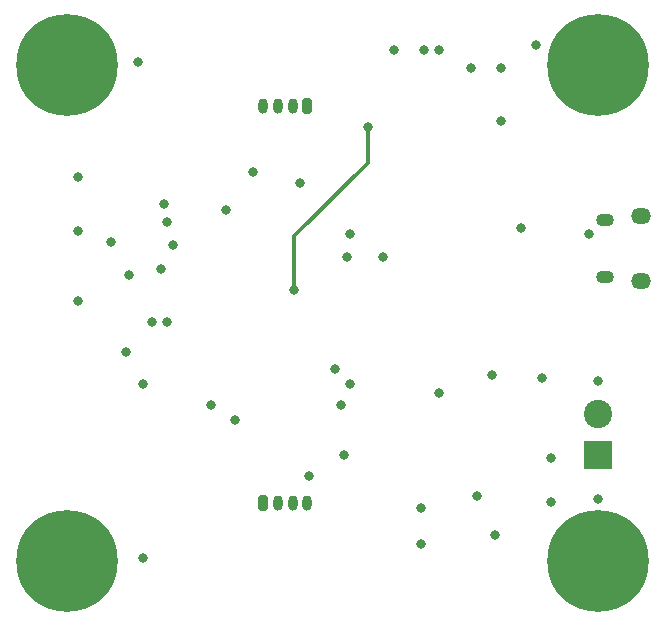
<source format=gbr>
%TF.GenerationSoftware,KiCad,Pcbnew,(6.0.7)*%
%TF.CreationDate,2022-09-22T19:59:32-07:00*%
%TF.ProjectId,STM32F4_rev2,53544d33-3246-4345-9f72-6576322e6b69,rev?*%
%TF.SameCoordinates,Original*%
%TF.FileFunction,Copper,L4,Bot*%
%TF.FilePolarity,Positive*%
%FSLAX46Y46*%
G04 Gerber Fmt 4.6, Leading zero omitted, Abs format (unit mm)*
G04 Created by KiCad (PCBNEW (6.0.7)) date 2022-09-22 19:59:32*
%MOMM*%
%LPD*%
G01*
G04 APERTURE LIST*
G04 Aperture macros list*
%AMRoundRect*
0 Rectangle with rounded corners*
0 $1 Rounding radius*
0 $2 $3 $4 $5 $6 $7 $8 $9 X,Y pos of 4 corners*
0 Add a 4 corners polygon primitive as box body*
4,1,4,$2,$3,$4,$5,$6,$7,$8,$9,$2,$3,0*
0 Add four circle primitives for the rounded corners*
1,1,$1+$1,$2,$3*
1,1,$1+$1,$4,$5*
1,1,$1+$1,$6,$7*
1,1,$1+$1,$8,$9*
0 Add four rect primitives between the rounded corners*
20,1,$1+$1,$2,$3,$4,$5,0*
20,1,$1+$1,$4,$5,$6,$7,0*
20,1,$1+$1,$6,$7,$8,$9,0*
20,1,$1+$1,$8,$9,$2,$3,0*%
G04 Aperture macros list end*
%TA.AperFunction,ComponentPad*%
%ADD10C,0.900000*%
%TD*%
%TA.AperFunction,ComponentPad*%
%ADD11C,8.600000*%
%TD*%
%TA.AperFunction,ComponentPad*%
%ADD12RoundRect,0.200000X0.200000X0.450000X-0.200000X0.450000X-0.200000X-0.450000X0.200000X-0.450000X0*%
%TD*%
%TA.AperFunction,ComponentPad*%
%ADD13O,0.800000X1.300000*%
%TD*%
%TA.AperFunction,ComponentPad*%
%ADD14O,1.700000X1.350000*%
%TD*%
%TA.AperFunction,ComponentPad*%
%ADD15O,1.500000X1.100000*%
%TD*%
%TA.AperFunction,ComponentPad*%
%ADD16RoundRect,0.200000X-0.200000X-0.450000X0.200000X-0.450000X0.200000X0.450000X-0.200000X0.450000X0*%
%TD*%
%TA.AperFunction,ComponentPad*%
%ADD17R,2.400000X2.400000*%
%TD*%
%TA.AperFunction,ComponentPad*%
%ADD18C,2.400000*%
%TD*%
%TA.AperFunction,ViaPad*%
%ADD19C,0.800000*%
%TD*%
%TA.AperFunction,Conductor*%
%ADD20C,0.300000*%
%TD*%
G04 APERTURE END LIST*
D10*
%TO.P,H2,1,1*%
%TO.N,GND*%
X115250000Y-107225000D03*
X112025000Y-104000000D03*
X112969581Y-101719581D03*
X117530419Y-101719581D03*
X115250000Y-100775000D03*
X117530419Y-106280419D03*
X112969581Y-106280419D03*
X118475000Y-104000000D03*
D11*
X115250000Y-104000000D03*
%TD*%
D12*
%TO.P,J3,1,Pin_1*%
%TO.N,+3.3V*%
X90625000Y-65450000D03*
D13*
%TO.P,J3,2,Pin_2*%
%TO.N,I2C1_SCL*%
X89375000Y-65450000D03*
%TO.P,J3,3,Pin_3*%
%TO.N,I2C1_SDA*%
X88125000Y-65450000D03*
%TO.P,J3,4,Pin_4*%
%TO.N,GND*%
X86875000Y-65450000D03*
%TD*%
D14*
%TO.P,J5,6,Shield*%
%TO.N,unconnected-(J5-Pad6)*%
X118865000Y-80255000D03*
D15*
X115865000Y-75105000D03*
D14*
X118865000Y-74795000D03*
D15*
X115865000Y-79945000D03*
%TD*%
D10*
%TO.P,H3,1,1*%
%TO.N,GND*%
X70250000Y-65225000D03*
X67969581Y-64280419D03*
D11*
X70250000Y-62000000D03*
D10*
X72530419Y-59719581D03*
X73475000Y-62000000D03*
X72530419Y-64280419D03*
X70250000Y-58775000D03*
X67969581Y-59719581D03*
X67025000Y-62000000D03*
%TD*%
D16*
%TO.P,J4,1,Pin_1*%
%TO.N,+3.3V*%
X86875000Y-99050000D03*
D13*
%TO.P,J4,2,Pin_2*%
%TO.N,USART3_TX*%
X88125000Y-99050000D03*
%TO.P,J4,3,Pin_3*%
%TO.N,USART3_RX*%
X89375000Y-99050000D03*
%TO.P,J4,4,Pin_4*%
%TO.N,GND*%
X90625000Y-99050000D03*
%TD*%
D17*
%TO.P,J1,1,Pin_1*%
%TO.N,+12V*%
X115250000Y-95000000D03*
D18*
%TO.P,J1,2,Pin_2*%
%TO.N,GND*%
X115250000Y-91500000D03*
%TD*%
D10*
%TO.P,H4,1,1*%
%TO.N,GND*%
X112969581Y-64280419D03*
X115250000Y-65225000D03*
X112969581Y-59719581D03*
X112025000Y-62000000D03*
X117530419Y-59719581D03*
D11*
X115250000Y-62000000D03*
D10*
X118475000Y-62000000D03*
X115250000Y-58775000D03*
X117530419Y-64280419D03*
%TD*%
D11*
%TO.P,H1,1,1*%
%TO.N,GND*%
X70250000Y-104000000D03*
D10*
X67969581Y-101719581D03*
X67025000Y-104000000D03*
X70250000Y-100775000D03*
X70250000Y-107225000D03*
X67969581Y-106280419D03*
X72530419Y-101719581D03*
X72530419Y-106280419D03*
X73475000Y-104000000D03*
%TD*%
D19*
%TO.N,NRST*%
X95750000Y-67250000D03*
X89500000Y-81000000D03*
%TO.N,GND*%
X101750000Y-60750000D03*
X76250000Y-61750000D03*
X76750000Y-103750000D03*
X97000000Y-78250000D03*
X94250000Y-76250000D03*
X76750000Y-89000000D03*
X77500000Y-83750000D03*
X78750000Y-83750000D03*
X82499478Y-90739668D03*
X94250000Y-89000000D03*
X93500000Y-90750000D03*
X90750000Y-96750000D03*
X100250000Y-102500000D03*
X100250000Y-99500000D03*
X105000000Y-98500000D03*
X115250000Y-98750000D03*
X111250000Y-99000000D03*
X111250000Y-95250000D03*
X101750000Y-89750000D03*
X106250000Y-88250000D03*
X110500000Y-88500000D03*
X115250000Y-88750000D03*
X108750000Y-75750000D03*
X114500000Y-76250000D03*
X110000000Y-60250000D03*
X107000000Y-62250000D03*
%TO.N,+3.3V*%
X104500000Y-62250000D03*
%TO.N,GND*%
X100500000Y-60750000D03*
X83750000Y-74250000D03*
X78500000Y-73750000D03*
X79250000Y-77250000D03*
X71250000Y-82000000D03*
X75500000Y-79750000D03*
X74000000Y-77000000D03*
X71250000Y-76000000D03*
%TO.N,+3.3V*%
X78750000Y-75250000D03*
X94000000Y-78250000D03*
X90000000Y-72000000D03*
X86000000Y-71000000D03*
X78250000Y-79250000D03*
X75250000Y-86250000D03*
X84500000Y-92000000D03*
X93000000Y-87750000D03*
X93750000Y-95000000D03*
X106500000Y-101750000D03*
X107000000Y-66750000D03*
%TO.N,GND*%
X98000000Y-60750000D03*
%TO.N,+3.3V*%
X71250000Y-71500000D03*
%TD*%
D20*
%TO.N,NRST*%
X89500000Y-76500000D02*
X89500000Y-81000000D01*
X95750000Y-67250000D02*
X95750000Y-70250000D01*
X95750000Y-70250000D02*
X89500000Y-76500000D01*
%TD*%
M02*

</source>
